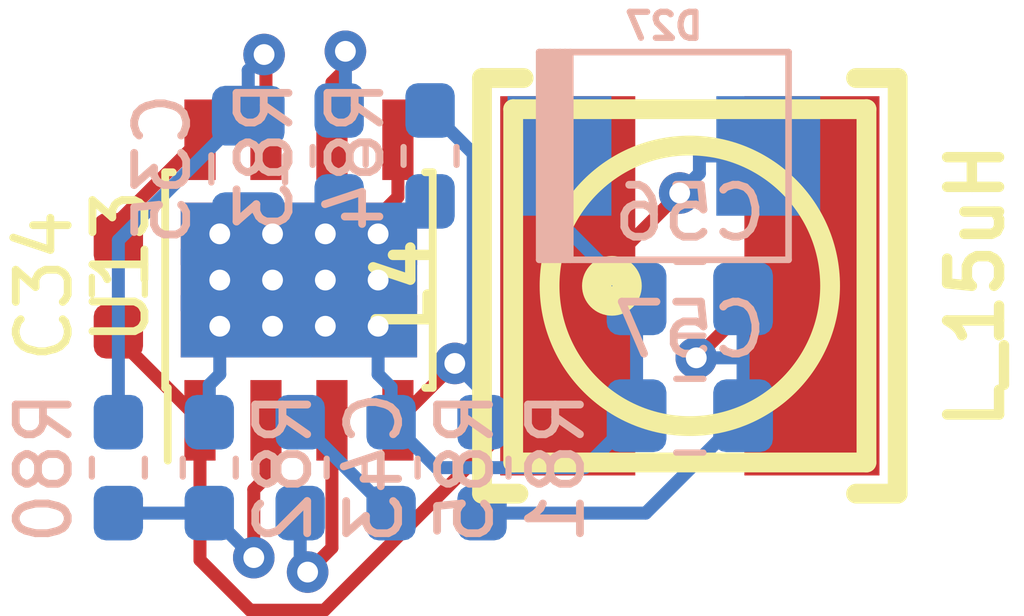
<source format=kicad_pcb>
(kicad_pcb (version 20171130) (host pcbnew 5.1.2-f72e74a~84~ubuntu18.04.1)

  (general
    (thickness 1.6)
    (drawings 0)
    (tracks 93)
    (zones 0)
    (modules 14)
    (nets 11)
  )

  (page A4)
  (layers
    (0 F.Cu signal)
    (31 B.Cu signal)
    (32 B.Adhes user)
    (33 F.Adhes user)
    (34 B.Paste user)
    (35 F.Paste user)
    (36 B.SilkS user)
    (37 F.SilkS user)
    (38 B.Mask user)
    (39 F.Mask user)
    (40 Dwgs.User user)
    (41 Cmts.User user)
    (42 Eco1.User user)
    (43 Eco2.User user)
    (44 Edge.Cuts user)
    (45 Margin user)
    (46 B.CrtYd user)
    (47 F.CrtYd user)
    (48 B.Fab user hide)
    (49 F.Fab user hide)
  )

  (setup
    (last_trace_width 0.25)
    (trace_clearance 0.2)
    (zone_clearance 0.508)
    (zone_45_only no)
    (trace_min 0.2)
    (via_size 0.8)
    (via_drill 0.4)
    (via_min_size 0.4)
    (via_min_drill 0.3)
    (uvia_size 0.3)
    (uvia_drill 0.1)
    (uvias_allowed no)
    (uvia_min_size 0.2)
    (uvia_min_drill 0.1)
    (edge_width 0.1)
    (segment_width 0.2)
    (pcb_text_width 0.3)
    (pcb_text_size 1.5 1.5)
    (mod_edge_width 0.15)
    (mod_text_size 1 1)
    (mod_text_width 0.15)
    (pad_size 1.524 1.524)
    (pad_drill 0.762)
    (pad_to_mask_clearance 0)
    (aux_axis_origin 0 0)
    (visible_elements FFFFFF7F)
    (pcbplotparams
      (layerselection 0x010fc_ffffffff)
      (usegerberextensions false)
      (usegerberattributes false)
      (usegerberadvancedattributes false)
      (creategerberjobfile false)
      (excludeedgelayer true)
      (linewidth 0.100000)
      (plotframeref false)
      (viasonmask false)
      (mode 1)
      (useauxorigin false)
      (hpglpennumber 1)
      (hpglpenspeed 20)
      (hpglpendiameter 15.000000)
      (psnegative false)
      (psa4output false)
      (plotreference true)
      (plotvalue true)
      (plotinvisibletext false)
      (padsonsilk false)
      (subtractmaskfromsilk false)
      (outputformat 1)
      (mirror false)
      (drillshape 1)
      (scaleselection 1)
      (outputdirectory ""))
  )

  (net 0 "")
  (net 1 "Net-(C34-Pad2)")
  (net 2 "Net-(C34-Pad1)")
  (net 3 GND)
  (net 4 +12V)
  (net 5 "Net-(C43-Pad2)")
  (net 6 "Net-(C43-Pad1)")
  (net 7 +3V3)
  (net 8 "Net-(R80-Pad2)")
  (net 9 "Net-(R81-Pad2)")
  (net 10 "Net-(R83-Pad1)")

  (net_class Default "This is the default net class."
    (clearance 0.2)
    (trace_width 0.25)
    (via_dia 0.8)
    (via_drill 0.4)
    (uvia_dia 0.3)
    (uvia_drill 0.1)
    (add_net +12V)
    (add_net +3V3)
    (add_net GND)
    (add_net "Net-(C34-Pad1)")
    (add_net "Net-(C34-Pad2)")
    (add_net "Net-(C43-Pad1)")
    (add_net "Net-(C43-Pad2)")
    (add_net "Net-(R80-Pad2)")
    (add_net "Net-(R81-Pad2)")
    (add_net "Net-(R83-Pad1)")
  )

  (module footprint-lib:MP1584,SOIC-8_3.9x4.9mm_P1.27mm,thermal_via locked (layer F.Cu) (tedit 5CDE3F96) (tstamp 5D04D0E8)
    (at 33.476 39.889 90)
    (descr MP1584)
    (tags "MP1584 SOIC-8")
    (path /5CDEC59B)
    (attr smd)
    (fp_text reference U13 (at 0.254 -3.429 90) (layer F.SilkS)
      (effects (font (size 1 1) (thickness 0.15)))
    )
    (fp_text value MP1584 (at 0 3.5 90) (layer F.Fab)
      (effects (font (size 1 1) (thickness 0.15)))
    )
    (fp_line (start -2.075 -2.525) (end -3.475 -2.525) (layer F.SilkS) (width 0.15))
    (fp_line (start -2.075 2.575) (end 2.075 2.575) (layer F.SilkS) (width 0.15))
    (fp_line (start -2.075 -2.575) (end 2.075 -2.575) (layer F.SilkS) (width 0.15))
    (fp_line (start -2.075 2.575) (end -2.075 2.43) (layer F.SilkS) (width 0.15))
    (fp_line (start 2.075 2.575) (end 2.075 2.43) (layer F.SilkS) (width 0.15))
    (fp_line (start 2.075 -2.575) (end 2.075 -2.43) (layer F.SilkS) (width 0.15))
    (fp_line (start -2.075 -2.575) (end -2.075 -2.525) (layer F.SilkS) (width 0.15))
    (fp_line (start -3.73 2.7) (end 3.73 2.7) (layer F.CrtYd) (width 0.05))
    (fp_line (start -3.73 -2.7) (end 3.73 -2.7) (layer F.CrtYd) (width 0.05))
    (fp_line (start 3.73 -2.7) (end 3.73 2.7) (layer F.CrtYd) (width 0.05))
    (fp_line (start -3.73 -2.7) (end -3.73 2.7) (layer F.CrtYd) (width 0.05))
    (fp_line (start -1.95 -1.45) (end -0.95 -2.45) (layer F.Fab) (width 0.1))
    (fp_line (start -1.95 2.45) (end -1.95 -1.45) (layer F.Fab) (width 0.1))
    (fp_line (start 1.95 2.45) (end -1.95 2.45) (layer F.Fab) (width 0.1))
    (fp_line (start 1.95 -2.45) (end 1.95 2.45) (layer F.Fab) (width 0.1))
    (fp_line (start -0.95 -2.45) (end 1.95 -2.45) (layer F.Fab) (width 0.1))
    (fp_text user %R (at 0 0 90) (layer F.Fab)
      (effects (font (size 1 1) (thickness 0.15)))
    )
    (pad G thru_hole rect (at 0 1.524 90) (size 1.2 1.5) (drill 0.4) (layers *.Cu F.Mask)
      (net 3 GND))
    (pad G thru_hole rect (at 0.889 1.524 90) (size 1.2 1.5) (drill 0.4) (layers *.Cu F.Mask)
      (net 3 GND))
    (pad G thru_hole rect (at -0.889 1.524 90) (size 1.2 1.5) (drill 0.4) (layers *.Cu F.Mask)
      (net 3 GND))
    (pad G thru_hole rect (at 0 0.508 90) (size 1.2 1.5) (drill 0.4) (layers *.Cu F.Mask)
      (net 3 GND))
    (pad G thru_hole rect (at 0.889 0.508 90) (size 1.2 1.5) (drill 0.4) (layers *.Cu F.Mask)
      (net 3 GND))
    (pad G thru_hole rect (at -0.889 0.508 90) (size 1.2 1.5) (drill 0.4) (layers *.Cu F.Mask)
      (net 3 GND))
    (pad G thru_hole rect (at 0 -0.508 90) (size 1.2 1.5) (drill 0.4) (layers *.Cu F.Mask)
      (net 3 GND))
    (pad G thru_hole rect (at 0.889 -0.508 90) (size 1.2 1.5) (drill 0.4) (layers *.Cu F.Mask)
      (net 3 GND))
    (pad G thru_hole rect (at -0.889 -0.508 90) (size 1.2 1.5) (drill 0.4) (layers *.Cu F.Mask)
      (net 3 GND))
    (pad G thru_hole rect (at 0.889 -1.524 90) (size 1.2 1.5) (drill 0.4) (layers *.Cu F.Mask)
      (net 3 GND))
    (pad G thru_hole rect (at 0 -1.524 90) (size 1.2 1.5) (drill 0.4) (layers *.Cu F.Mask)
      (net 3 GND))
    (pad G thru_hole rect (at -0.889 -1.524 90) (size 1.2 1.5) (drill 0.4) (layers *.Cu F.Mask)
      (net 3 GND))
    (pad 8 smd rect (at 2.7 -1.905 90) (size 1.55 0.6) (layers F.Cu F.Paste F.Mask)
      (net 1 "Net-(C34-Pad2)"))
    (pad 7 smd rect (at 2.7 -0.635 90) (size 1.55 0.6) (layers F.Cu F.Paste F.Mask)
      (net 4 +12V))
    (pad 6 smd rect (at 2.7 0.635 90) (size 1.55 0.6) (layers F.Cu F.Paste F.Mask)
      (net 10 "Net-(R83-Pad1)"))
    (pad 5 smd rect (at 2.7 1.905 90) (size 1.55 0.6) (layers F.Cu F.Paste F.Mask)
      (net 3 GND))
    (pad 4 smd rect (at -2.7 1.905 90) (size 1.55 0.6) (layers F.Cu F.Paste F.Mask)
      (net 9 "Net-(R81-Pad2)"))
    (pad 3 smd rect (at -2.7 0.635 90) (size 1.55 0.6) (layers F.Cu F.Paste F.Mask)
      (net 6 "Net-(C43-Pad1)"))
    (pad 2 smd rect (at -2.7 -0.635 90) (size 1.55 0.6) (layers F.Cu F.Paste F.Mask)
      (net 8 "Net-(R80-Pad2)"))
    (pad 1 smd rect (at -2.7 -1.905 90) (size 1.55 0.6) (layers F.Cu F.Paste F.Mask)
      (net 2 "Net-(C34-Pad1)"))
    (model ${KISYS3DMOD}/Package_SO.3dshapes/SOIC-8_3.9x4.9mm_P1.27mm.wrl
      (at (xyz 0 0 0))
      (scale (xyz 1 1 1))
      (rotate (xyz 0 0 0))
    )
  )

  (module Resistor_SMD:R_0603_1608Metric_Pad1.05x0.95mm_HandSolder (layer B.Cu) (tedit 5B301BBD) (tstamp 5D04D0BF)
    (at 35.25 43.5 90)
    (descr "Resistor SMD 0603 (1608 Metric), square (rectangular) end terminal, IPC_7351 nominal with elongated pad for handsoldering. (Body size source: http://www.tortai-tech.com/upload/download/2011102023233369053.pdf), generated with kicad-footprint-generator")
    (tags "resistor handsolder")
    (path /5CDEFCDC)
    (attr smd)
    (fp_text reference R85 (at 0 1.43 90) (layer B.SilkS)
      (effects (font (size 1 1) (thickness 0.15)) (justify mirror))
    )
    (fp_text value R104,0603 (at 0 -1.43 90) (layer B.Fab)
      (effects (font (size 1 1) (thickness 0.15)) (justify mirror))
    )
    (fp_text user %R (at 0 0 90) (layer B.Fab)
      (effects (font (size 0.4 0.4) (thickness 0.06)) (justify mirror))
    )
    (fp_line (start 1.65 -0.73) (end -1.65 -0.73) (layer B.CrtYd) (width 0.05))
    (fp_line (start 1.65 0.73) (end 1.65 -0.73) (layer B.CrtYd) (width 0.05))
    (fp_line (start -1.65 0.73) (end 1.65 0.73) (layer B.CrtYd) (width 0.05))
    (fp_line (start -1.65 -0.73) (end -1.65 0.73) (layer B.CrtYd) (width 0.05))
    (fp_line (start -0.171267 -0.51) (end 0.171267 -0.51) (layer B.SilkS) (width 0.12))
    (fp_line (start -0.171267 0.51) (end 0.171267 0.51) (layer B.SilkS) (width 0.12))
    (fp_line (start 0.8 -0.4) (end -0.8 -0.4) (layer B.Fab) (width 0.1))
    (fp_line (start 0.8 0.4) (end 0.8 -0.4) (layer B.Fab) (width 0.1))
    (fp_line (start -0.8 0.4) (end 0.8 0.4) (layer B.Fab) (width 0.1))
    (fp_line (start -0.8 -0.4) (end -0.8 0.4) (layer B.Fab) (width 0.1))
    (pad 2 smd roundrect (at 0.875 0 90) (size 1.05 0.95) (layers B.Cu B.Paste B.Mask) (roundrect_rratio 0.25)
      (net 3 GND))
    (pad 1 smd roundrect (at -0.875 0 90) (size 1.05 0.95) (layers B.Cu B.Paste B.Mask) (roundrect_rratio 0.25)
      (net 5 "Net-(C43-Pad2)"))
    (model ${KISYS3DMOD}/Resistor_SMD.3dshapes/R_0603_1608Metric.wrl
      (at (xyz 0 0 0))
      (scale (xyz 1 1 1))
      (rotate (xyz 0 0 0))
    )
  )

  (module Resistor_SMD:R_0603_1608Metric_Pad1.05x0.95mm_HandSolder (layer B.Cu) (tedit 5B301BBD) (tstamp 5D04D0AE)
    (at 36 37.5 270)
    (descr "Resistor SMD 0603 (1608 Metric), square (rectangular) end terminal, IPC_7351 nominal with elongated pad for handsoldering. (Body size source: http://www.tortai-tech.com/upload/download/2011102023233369053.pdf), generated with kicad-footprint-generator")
    (tags "resistor handsolder")
    (path /5CE0CAF6)
    (attr smd)
    (fp_text reference R84 (at 0 1.43 90) (layer B.SilkS)
      (effects (font (size 1 1) (thickness 0.15)) (justify mirror))
    )
    (fp_text value R433,0603 (at 0 -1.43 90) (layer B.Fab)
      (effects (font (size 1 1) (thickness 0.15)) (justify mirror))
    )
    (fp_text user %R (at 0 0 90) (layer B.Fab)
      (effects (font (size 0.4 0.4) (thickness 0.06)) (justify mirror))
    )
    (fp_line (start 1.65 -0.73) (end -1.65 -0.73) (layer B.CrtYd) (width 0.05))
    (fp_line (start 1.65 0.73) (end 1.65 -0.73) (layer B.CrtYd) (width 0.05))
    (fp_line (start -1.65 0.73) (end 1.65 0.73) (layer B.CrtYd) (width 0.05))
    (fp_line (start -1.65 -0.73) (end -1.65 0.73) (layer B.CrtYd) (width 0.05))
    (fp_line (start -0.171267 -0.51) (end 0.171267 -0.51) (layer B.SilkS) (width 0.12))
    (fp_line (start -0.171267 0.51) (end 0.171267 0.51) (layer B.SilkS) (width 0.12))
    (fp_line (start 0.8 -0.4) (end -0.8 -0.4) (layer B.Fab) (width 0.1))
    (fp_line (start 0.8 0.4) (end 0.8 -0.4) (layer B.Fab) (width 0.1))
    (fp_line (start -0.8 0.4) (end 0.8 0.4) (layer B.Fab) (width 0.1))
    (fp_line (start -0.8 -0.4) (end -0.8 0.4) (layer B.Fab) (width 0.1))
    (pad 2 smd roundrect (at 0.875 0 270) (size 1.05 0.95) (layers B.Cu B.Paste B.Mask) (roundrect_rratio 0.25)
      (net 3 GND))
    (pad 1 smd roundrect (at -0.875 0 270) (size 1.05 0.95) (layers B.Cu B.Paste B.Mask) (roundrect_rratio 0.25)
      (net 9 "Net-(R81-Pad2)"))
    (model ${KISYS3DMOD}/Resistor_SMD.3dshapes/R_0603_1608Metric.wrl
      (at (xyz 0 0 0))
      (scale (xyz 1 1 1))
      (rotate (xyz 0 0 0))
    )
  )

  (module Resistor_SMD:R_0603_1608Metric_Pad1.05x0.95mm_HandSolder (layer B.Cu) (tedit 5B301BBD) (tstamp 5D04D09D)
    (at 34.25 37.5 270)
    (descr "Resistor SMD 0603 (1608 Metric), square (rectangular) end terminal, IPC_7351 nominal with elongated pad for handsoldering. (Body size source: http://www.tortai-tech.com/upload/download/2011102023233369053.pdf), generated with kicad-footprint-generator")
    (tags "resistor handsolder")
    (path /5CDEE30C)
    (attr smd)
    (fp_text reference R83 (at 0 1.43 90) (layer B.SilkS)
      (effects (font (size 1 1) (thickness 0.15)) (justify mirror))
    )
    (fp_text value R104,0603 (at 0 -1.43 90) (layer B.Fab)
      (effects (font (size 1 1) (thickness 0.15)) (justify mirror))
    )
    (fp_text user %R (at 0 0 90) (layer B.Fab)
      (effects (font (size 0.4 0.4) (thickness 0.06)) (justify mirror))
    )
    (fp_line (start 1.65 -0.73) (end -1.65 -0.73) (layer B.CrtYd) (width 0.05))
    (fp_line (start 1.65 0.73) (end 1.65 -0.73) (layer B.CrtYd) (width 0.05))
    (fp_line (start -1.65 0.73) (end 1.65 0.73) (layer B.CrtYd) (width 0.05))
    (fp_line (start -1.65 -0.73) (end -1.65 0.73) (layer B.CrtYd) (width 0.05))
    (fp_line (start -0.171267 -0.51) (end 0.171267 -0.51) (layer B.SilkS) (width 0.12))
    (fp_line (start -0.171267 0.51) (end 0.171267 0.51) (layer B.SilkS) (width 0.12))
    (fp_line (start 0.8 -0.4) (end -0.8 -0.4) (layer B.Fab) (width 0.1))
    (fp_line (start 0.8 0.4) (end 0.8 -0.4) (layer B.Fab) (width 0.1))
    (fp_line (start -0.8 0.4) (end 0.8 0.4) (layer B.Fab) (width 0.1))
    (fp_line (start -0.8 -0.4) (end -0.8 0.4) (layer B.Fab) (width 0.1))
    (pad 2 smd roundrect (at 0.875 0 270) (size 1.05 0.95) (layers B.Cu B.Paste B.Mask) (roundrect_rratio 0.25)
      (net 3 GND))
    (pad 1 smd roundrect (at -0.875 0 270) (size 1.05 0.95) (layers B.Cu B.Paste B.Mask) (roundrect_rratio 0.25)
      (net 10 "Net-(R83-Pad1)"))
    (model ${KISYS3DMOD}/Resistor_SMD.3dshapes/R_0603_1608Metric.wrl
      (at (xyz 0 0 0))
      (scale (xyz 1 1 1))
      (rotate (xyz 0 0 0))
    )
  )

  (module Resistor_SMD:R_0603_1608Metric_Pad1.05x0.95mm_HandSolder (layer B.Cu) (tedit 5B301BBD) (tstamp 5D04D08C)
    (at 31.75 43.5 90)
    (descr "Resistor SMD 0603 (1608 Metric), square (rectangular) end terminal, IPC_7351 nominal with elongated pad for handsoldering. (Body size source: http://www.tortai-tech.com/upload/download/2011102023233369053.pdf), generated with kicad-footprint-generator")
    (tags "resistor handsolder")
    (path /5CDEEA14)
    (attr smd)
    (fp_text reference R82 (at 0 1.43 90) (layer B.SilkS)
      (effects (font (size 1 1) (thickness 0.15)) (justify mirror))
    )
    (fp_text value R240,0603 (at 0 -1.43 90) (layer B.Fab)
      (effects (font (size 1 1) (thickness 0.15)) (justify mirror))
    )
    (fp_text user %R (at 0 0 90) (layer B.Fab)
      (effects (font (size 0.4 0.4) (thickness 0.06)) (justify mirror))
    )
    (fp_line (start 1.65 -0.73) (end -1.65 -0.73) (layer B.CrtYd) (width 0.05))
    (fp_line (start 1.65 0.73) (end 1.65 -0.73) (layer B.CrtYd) (width 0.05))
    (fp_line (start -1.65 0.73) (end 1.65 0.73) (layer B.CrtYd) (width 0.05))
    (fp_line (start -1.65 -0.73) (end -1.65 0.73) (layer B.CrtYd) (width 0.05))
    (fp_line (start -0.171267 -0.51) (end 0.171267 -0.51) (layer B.SilkS) (width 0.12))
    (fp_line (start -0.171267 0.51) (end 0.171267 0.51) (layer B.SilkS) (width 0.12))
    (fp_line (start 0.8 -0.4) (end -0.8 -0.4) (layer B.Fab) (width 0.1))
    (fp_line (start 0.8 0.4) (end 0.8 -0.4) (layer B.Fab) (width 0.1))
    (fp_line (start -0.8 0.4) (end 0.8 0.4) (layer B.Fab) (width 0.1))
    (fp_line (start -0.8 -0.4) (end -0.8 0.4) (layer B.Fab) (width 0.1))
    (pad 2 smd roundrect (at 0.875 0 90) (size 1.05 0.95) (layers B.Cu B.Paste B.Mask) (roundrect_rratio 0.25)
      (net 3 GND))
    (pad 1 smd roundrect (at -0.875 0 90) (size 1.05 0.95) (layers B.Cu B.Paste B.Mask) (roundrect_rratio 0.25)
      (net 8 "Net-(R80-Pad2)"))
    (model ${KISYS3DMOD}/Resistor_SMD.3dshapes/R_0603_1608Metric.wrl
      (at (xyz 0 0 0))
      (scale (xyz 1 1 1))
      (rotate (xyz 0 0 0))
    )
  )

  (module Resistor_SMD:R_0603_1608Metric_Pad1.05x0.95mm_HandSolder (layer B.Cu) (tedit 5B301BBD) (tstamp 5D04D07B)
    (at 37 43.5 90)
    (descr "Resistor SMD 0603 (1608 Metric), square (rectangular) end terminal, IPC_7351 nominal with elongated pad for handsoldering. (Body size source: http://www.tortai-tech.com/upload/download/2011102023233369053.pdf), generated with kicad-footprint-generator")
    (tags "resistor handsolder")
    (path /5CDF2C94)
    (attr smd)
    (fp_text reference R81 (at 0 1.43 90) (layer B.SilkS)
      (effects (font (size 1 1) (thickness 0.15)) (justify mirror))
    )
    (fp_text value R224,0603 (at 0 -1.43 90) (layer B.Fab)
      (effects (font (size 1 1) (thickness 0.15)) (justify mirror))
    )
    (fp_text user %R (at 0 0 90) (layer B.Fab)
      (effects (font (size 0.4 0.4) (thickness 0.06)) (justify mirror))
    )
    (fp_line (start 1.65 -0.73) (end -1.65 -0.73) (layer B.CrtYd) (width 0.05))
    (fp_line (start 1.65 0.73) (end 1.65 -0.73) (layer B.CrtYd) (width 0.05))
    (fp_line (start -1.65 0.73) (end 1.65 0.73) (layer B.CrtYd) (width 0.05))
    (fp_line (start -1.65 -0.73) (end -1.65 0.73) (layer B.CrtYd) (width 0.05))
    (fp_line (start -0.171267 -0.51) (end 0.171267 -0.51) (layer B.SilkS) (width 0.12))
    (fp_line (start -0.171267 0.51) (end 0.171267 0.51) (layer B.SilkS) (width 0.12))
    (fp_line (start 0.8 -0.4) (end -0.8 -0.4) (layer B.Fab) (width 0.1))
    (fp_line (start 0.8 0.4) (end 0.8 -0.4) (layer B.Fab) (width 0.1))
    (fp_line (start -0.8 0.4) (end 0.8 0.4) (layer B.Fab) (width 0.1))
    (fp_line (start -0.8 -0.4) (end -0.8 0.4) (layer B.Fab) (width 0.1))
    (pad 2 smd roundrect (at 0.875 0 90) (size 1.05 0.95) (layers B.Cu B.Paste B.Mask) (roundrect_rratio 0.25)
      (net 9 "Net-(R81-Pad2)"))
    (pad 1 smd roundrect (at -0.875 0 90) (size 1.05 0.95) (layers B.Cu B.Paste B.Mask) (roundrect_rratio 0.25)
      (net 7 +3V3))
    (model ${KISYS3DMOD}/Resistor_SMD.3dshapes/R_0603_1608Metric.wrl
      (at (xyz 0 0 0))
      (scale (xyz 1 1 1))
      (rotate (xyz 0 0 0))
    )
  )

  (module Resistor_SMD:R_0603_1608Metric_Pad1.05x0.95mm_HandSolder (layer B.Cu) (tedit 5B301BBD) (tstamp 5D04D06A)
    (at 30 43.5 270)
    (descr "Resistor SMD 0603 (1608 Metric), square (rectangular) end terminal, IPC_7351 nominal with elongated pad for handsoldering. (Body size source: http://www.tortai-tech.com/upload/download/2011102023233369053.pdf), generated with kicad-footprint-generator")
    (tags "resistor handsolder")
    (path /5CE0CAED)
    (attr smd)
    (fp_text reference R80 (at 0 1.43 90) (layer B.SilkS)
      (effects (font (size 1 1) (thickness 0.15)) (justify mirror))
    )
    (fp_text value R104,0603 (at 0 -1.43 90) (layer B.Fab)
      (effects (font (size 1 1) (thickness 0.15)) (justify mirror))
    )
    (fp_text user %R (at 0 0 90) (layer B.Fab)
      (effects (font (size 0.4 0.4) (thickness 0.06)) (justify mirror))
    )
    (fp_line (start 1.65 -0.73) (end -1.65 -0.73) (layer B.CrtYd) (width 0.05))
    (fp_line (start 1.65 0.73) (end 1.65 -0.73) (layer B.CrtYd) (width 0.05))
    (fp_line (start -1.65 0.73) (end 1.65 0.73) (layer B.CrtYd) (width 0.05))
    (fp_line (start -1.65 -0.73) (end -1.65 0.73) (layer B.CrtYd) (width 0.05))
    (fp_line (start -0.171267 -0.51) (end 0.171267 -0.51) (layer B.SilkS) (width 0.12))
    (fp_line (start -0.171267 0.51) (end 0.171267 0.51) (layer B.SilkS) (width 0.12))
    (fp_line (start 0.8 -0.4) (end -0.8 -0.4) (layer B.Fab) (width 0.1))
    (fp_line (start 0.8 0.4) (end 0.8 -0.4) (layer B.Fab) (width 0.1))
    (fp_line (start -0.8 0.4) (end 0.8 0.4) (layer B.Fab) (width 0.1))
    (fp_line (start -0.8 -0.4) (end -0.8 0.4) (layer B.Fab) (width 0.1))
    (pad 2 smd roundrect (at 0.875 0 270) (size 1.05 0.95) (layers B.Cu B.Paste B.Mask) (roundrect_rratio 0.25)
      (net 8 "Net-(R80-Pad2)"))
    (pad 1 smd roundrect (at -0.875 0 270) (size 1.05 0.95) (layers B.Cu B.Paste B.Mask) (roundrect_rratio 0.25)
      (net 4 +12V))
    (model ${KISYS3DMOD}/Resistor_SMD.3dshapes/R_0603_1608Metric.wrl
      (at (xyz 0 0 0))
      (scale (xyz 1 1 1))
      (rotate (xyz 0 0 0))
    )
  )

  (module w_smd_inductors:inductor_smd_6.8x3.8mm (layer F.Cu) (tedit 5B6311A7) (tstamp 5D04D059)
    (at 41 40 90)
    (descr "Inductor SMD, 6.8x6.8mm x h.3.8mm, Bourns SRR6038")
    (path /5CE0CAF4)
    (fp_text reference L4 (at 0 -5.5 90) (layer F.SilkS)
      (effects (font (size 1 1) (thickness 0.2)))
    )
    (fp_text value L_15uH (at 0 5.5 90) (layer F.SilkS)
      (effects (font (size 1 1) (thickness 0.2)))
    )
    (fp_circle (center 0 -1.5) (end 0.5 -1.5) (layer F.SilkS) (width 0.15))
    (fp_circle (center 0 -1.5) (end 0.4 -1.5) (layer F.SilkS) (width 0.15))
    (fp_line (start -4 3.2) (end -4 4) (layer F.SilkS) (width 0.381))
    (fp_line (start -4 4) (end 4 4) (layer F.SilkS) (width 0.381))
    (fp_line (start 4 4) (end 4 3.2) (layer F.SilkS) (width 0.381))
    (fp_line (start -4 -3.3) (end -4 -4) (layer F.SilkS) (width 0.381))
    (fp_line (start -4 -4) (end 4 -4) (layer F.SilkS) (width 0.381))
    (fp_line (start 4 -4) (end 4 -3.2) (layer F.SilkS) (width 0.381))
    (fp_circle (center 0 0) (end 2.7 0) (layer F.SilkS) (width 0.381))
    (fp_line (start -3.4 -3.4) (end 3.4 -3.4) (layer F.SilkS) (width 0.381))
    (fp_line (start 3.4 -3.4) (end 3.4 3.4) (layer F.SilkS) (width 0.381))
    (fp_line (start 3.4 3.4) (end -3.4 3.4) (layer F.SilkS) (width 0.381))
    (fp_line (start -3.4 3.4) (end -3.4 -3.4) (layer F.SilkS) (width 0.381))
    (fp_circle (center 0 -1.5) (end 0 -1.3) (layer F.SilkS) (width 0.381))
    (pad 1 smd rect (at 0 -2.35 90) (size 7.3 2.6) (layers F.Cu F.Paste F.Mask)
      (net 2 "Net-(C34-Pad1)"))
    (pad 2 smd rect (at 0 2.35 90) (size 7.3 2.6) (layers F.Cu F.Paste F.Mask)
      (net 7 +3V3))
    (model ${HOME}/_workspace/kicad/kicad_library/smisioto-footprints/modules/packages3d/walter/smd_inductors/inductor_smd_6.8x3.8mm.wrl
      (at (xyz 0 0 0))
      (scale (xyz 1 1 1))
      (rotate (xyz 0 0 0))
    )
  )

  (module w_smd_diode:do214aa (layer B.Cu) (tedit 0) (tstamp 5D04D02C)
    (at 40.5 37.5 180)
    (descr DO214AA)
    (path /5CDF092A)
    (fp_text reference D27 (at 0 2.49936) (layer B.SilkS)
      (effects (font (size 0.50038 0.50038) (thickness 0.11938)) (justify mirror))
    )
    (fp_text value SD_1N5822_SS34 (at 0 -2.49936) (layer B.SilkS) hide
      (effects (font (size 0.50038 0.50038) (thickness 0.11938)) (justify mirror))
    )
    (fp_line (start -2.4003 1.99898) (end 2.4003 1.99898) (layer B.SilkS) (width 0.127))
    (fp_line (start -2.4003 -1.99898) (end -2.4003 1.99898) (layer B.SilkS) (width 0.127))
    (fp_line (start 2.4003 -1.99898) (end -2.4003 -1.99898) (layer B.SilkS) (width 0.127))
    (fp_line (start 2.4003 1.99898) (end 2.4003 -1.99898) (layer B.SilkS) (width 0.127))
    (fp_line (start 1.80086 1.99898) (end 1.80086 -1.99898) (layer B.SilkS) (width 0.127))
    (fp_line (start 1.89992 1.99898) (end 1.89992 -1.99898) (layer B.SilkS) (width 0.127))
    (fp_line (start 1.99898 -1.99898) (end 1.99898 1.99898) (layer B.SilkS) (width 0.127))
    (fp_line (start 2.10058 1.99898) (end 2.10058 -1.99898) (layer B.SilkS) (width 0.127))
    (fp_line (start 2.19964 -1.99898) (end 2.19964 1.99898) (layer B.SilkS) (width 0.127))
    (fp_line (start 2.30124 1.99898) (end 2.30124 -1.99898) (layer B.SilkS) (width 0.127))
    (pad 1 smd rect (at -2.00914 0 180) (size 1.99898 2.30124) (layers B.Cu B.Paste B.Mask)
      (net 2 "Net-(C34-Pad1)"))
    (pad 2 smd rect (at 2.00914 0 180) (size 1.99898 2.30124) (layers B.Cu B.Paste B.Mask)
      (net 3 GND))
    (model ${HOME}/_workspace/kicad/kicad_library/smisioto-footprints/modules/packages3d/walter/smd_diode/do214aa.wrl
      (at (xyz 0 0 0))
      (scale (xyz 1 1 1))
      (rotate (xyz 0 0 0))
    )
  )

  (module Capacitor_SMD:C_0805_2012Metric_Pad1.15x1.40mm_HandSolder (layer B.Cu) (tedit 5B36C52B) (tstamp 5D04D01C)
    (at 41 42.5 180)
    (descr "Capacitor SMD 0805 (2012 Metric), square (rectangular) end terminal, IPC_7351 nominal with elongated pad for handsoldering. (Body size source: https://docs.google.com/spreadsheets/d/1BsfQQcO9C6DZCsRaXUlFlo91Tg2WpOkGARC1WS5S8t0/edit?usp=sharing), generated with kicad-footprint-generator")
    (tags "capacitor handsolder")
    (path /5CE0CAEC)
    (attr smd)
    (fp_text reference C57 (at 0 1.65) (layer B.SilkS)
      (effects (font (size 1 1) (thickness 0.15)) (justify mirror))
    )
    (fp_text value C106,0805 (at 0 -1.65) (layer B.Fab)
      (effects (font (size 1 1) (thickness 0.15)) (justify mirror))
    )
    (fp_text user %R (at 0 0) (layer B.Fab)
      (effects (font (size 0.5 0.5) (thickness 0.08)) (justify mirror))
    )
    (fp_line (start 1.85 -0.95) (end -1.85 -0.95) (layer B.CrtYd) (width 0.05))
    (fp_line (start 1.85 0.95) (end 1.85 -0.95) (layer B.CrtYd) (width 0.05))
    (fp_line (start -1.85 0.95) (end 1.85 0.95) (layer B.CrtYd) (width 0.05))
    (fp_line (start -1.85 -0.95) (end -1.85 0.95) (layer B.CrtYd) (width 0.05))
    (fp_line (start -0.261252 -0.71) (end 0.261252 -0.71) (layer B.SilkS) (width 0.12))
    (fp_line (start -0.261252 0.71) (end 0.261252 0.71) (layer B.SilkS) (width 0.12))
    (fp_line (start 1 -0.6) (end -1 -0.6) (layer B.Fab) (width 0.1))
    (fp_line (start 1 0.6) (end 1 -0.6) (layer B.Fab) (width 0.1))
    (fp_line (start -1 0.6) (end 1 0.6) (layer B.Fab) (width 0.1))
    (fp_line (start -1 -0.6) (end -1 0.6) (layer B.Fab) (width 0.1))
    (pad 2 smd roundrect (at 1.025 0 180) (size 1.15 1.4) (layers B.Cu B.Paste B.Mask) (roundrect_rratio 0.217391)
      (net 3 GND))
    (pad 1 smd roundrect (at -1.025 0 180) (size 1.15 1.4) (layers B.Cu B.Paste B.Mask) (roundrect_rratio 0.217391)
      (net 7 +3V3))
    (model ${KISYS3DMOD}/Capacitor_SMD.3dshapes/C_0805_2012Metric.wrl
      (at (xyz 0 0 0))
      (scale (xyz 1 1 1))
      (rotate (xyz 0 0 0))
    )
  )

  (module Capacitor_SMD:C_0805_2012Metric_Pad1.15x1.40mm_HandSolder (layer B.Cu) (tedit 5B36C52B) (tstamp 5D04D00B)
    (at 41 40.25 180)
    (descr "Capacitor SMD 0805 (2012 Metric), square (rectangular) end terminal, IPC_7351 nominal with elongated pad for handsoldering. (Body size source: https://docs.google.com/spreadsheets/d/1BsfQQcO9C6DZCsRaXUlFlo91Tg2WpOkGARC1WS5S8t0/edit?usp=sharing), generated with kicad-footprint-generator")
    (tags "capacitor handsolder")
    (path /5CE0CAEB)
    (attr smd)
    (fp_text reference C56 (at 0 1.65) (layer B.SilkS)
      (effects (font (size 1 1) (thickness 0.15)) (justify mirror))
    )
    (fp_text value C106,0805 (at 0 -1.65) (layer B.Fab)
      (effects (font (size 1 1) (thickness 0.15)) (justify mirror))
    )
    (fp_text user %R (at 0 0) (layer B.Fab)
      (effects (font (size 0.5 0.5) (thickness 0.08)) (justify mirror))
    )
    (fp_line (start 1.85 -0.95) (end -1.85 -0.95) (layer B.CrtYd) (width 0.05))
    (fp_line (start 1.85 0.95) (end 1.85 -0.95) (layer B.CrtYd) (width 0.05))
    (fp_line (start -1.85 0.95) (end 1.85 0.95) (layer B.CrtYd) (width 0.05))
    (fp_line (start -1.85 -0.95) (end -1.85 0.95) (layer B.CrtYd) (width 0.05))
    (fp_line (start -0.261252 -0.71) (end 0.261252 -0.71) (layer B.SilkS) (width 0.12))
    (fp_line (start -0.261252 0.71) (end 0.261252 0.71) (layer B.SilkS) (width 0.12))
    (fp_line (start 1 -0.6) (end -1 -0.6) (layer B.Fab) (width 0.1))
    (fp_line (start 1 0.6) (end 1 -0.6) (layer B.Fab) (width 0.1))
    (fp_line (start -1 0.6) (end 1 0.6) (layer B.Fab) (width 0.1))
    (fp_line (start -1 -0.6) (end -1 0.6) (layer B.Fab) (width 0.1))
    (pad 2 smd roundrect (at 1.025 0 180) (size 1.15 1.4) (layers B.Cu B.Paste B.Mask) (roundrect_rratio 0.217391)
      (net 3 GND))
    (pad 1 smd roundrect (at -1.025 0 180) (size 1.15 1.4) (layers B.Cu B.Paste B.Mask) (roundrect_rratio 0.217391)
      (net 7 +3V3))
    (model ${KISYS3DMOD}/Capacitor_SMD.3dshapes/C_0805_2012Metric.wrl
      (at (xyz 0 0 0))
      (scale (xyz 1 1 1))
      (rotate (xyz 0 0 0))
    )
  )

  (module Capacitor_SMD:C_0603_1608Metric_Pad1.05x0.95mm_HandSolder (layer B.Cu) (tedit 5B301BBE) (tstamp 5D04CFFA)
    (at 33.5 43.5 90)
    (descr "Capacitor SMD 0603 (1608 Metric), square (rectangular) end terminal, IPC_7351 nominal with elongated pad for handsoldering. (Body size source: http://www.tortai-tech.com/upload/download/2011102023233369053.pdf), generated with kicad-footprint-generator")
    (tags "capacitor handsolder")
    (path /5CE0CAF0)
    (attr smd)
    (fp_text reference C43 (at 0 1.43 90) (layer B.SilkS)
      (effects (font (size 1 1) (thickness 0.15)) (justify mirror))
    )
    (fp_text value C151,0603 (at 0 -1.43 90) (layer B.Fab)
      (effects (font (size 1 1) (thickness 0.15)) (justify mirror))
    )
    (fp_text user %R (at 0 0 90) (layer B.Fab)
      (effects (font (size 0.4 0.4) (thickness 0.06)) (justify mirror))
    )
    (fp_line (start 1.65 -0.73) (end -1.65 -0.73) (layer B.CrtYd) (width 0.05))
    (fp_line (start 1.65 0.73) (end 1.65 -0.73) (layer B.CrtYd) (width 0.05))
    (fp_line (start -1.65 0.73) (end 1.65 0.73) (layer B.CrtYd) (width 0.05))
    (fp_line (start -1.65 -0.73) (end -1.65 0.73) (layer B.CrtYd) (width 0.05))
    (fp_line (start -0.171267 -0.51) (end 0.171267 -0.51) (layer B.SilkS) (width 0.12))
    (fp_line (start -0.171267 0.51) (end 0.171267 0.51) (layer B.SilkS) (width 0.12))
    (fp_line (start 0.8 -0.4) (end -0.8 -0.4) (layer B.Fab) (width 0.1))
    (fp_line (start 0.8 0.4) (end 0.8 -0.4) (layer B.Fab) (width 0.1))
    (fp_line (start -0.8 0.4) (end 0.8 0.4) (layer B.Fab) (width 0.1))
    (fp_line (start -0.8 -0.4) (end -0.8 0.4) (layer B.Fab) (width 0.1))
    (pad 2 smd roundrect (at 0.875 0 90) (size 1.05 0.95) (layers B.Cu B.Paste B.Mask) (roundrect_rratio 0.25)
      (net 5 "Net-(C43-Pad2)"))
    (pad 1 smd roundrect (at -0.875 0 90) (size 1.05 0.95) (layers B.Cu B.Paste B.Mask) (roundrect_rratio 0.25)
      (net 6 "Net-(C43-Pad1)"))
    (model ${KISYS3DMOD}/Capacitor_SMD.3dshapes/C_0603_1608Metric.wrl
      (at (xyz 0 0 0))
      (scale (xyz 1 1 1))
      (rotate (xyz 0 0 0))
    )
  )

  (module Capacitor_SMD:C_0805_2012Metric_Pad1.15x1.40mm_HandSolder (layer B.Cu) (tedit 5B36C52B) (tstamp 5D04CFE9)
    (at 32.5 37.75 270)
    (descr "Capacitor SMD 0805 (2012 Metric), square (rectangular) end terminal, IPC_7351 nominal with elongated pad for handsoldering. (Body size source: https://docs.google.com/spreadsheets/d/1BsfQQcO9C6DZCsRaXUlFlo91Tg2WpOkGARC1WS5S8t0/edit?usp=sharing), generated with kicad-footprint-generator")
    (tags "capacitor handsolder")
    (path /5CE0CAEA)
    (attr smd)
    (fp_text reference C35 (at 0 1.65 90) (layer B.SilkS)
      (effects (font (size 1 1) (thickness 0.15)) (justify mirror))
    )
    (fp_text value C106,0805 (at 0 -1.65 90) (layer B.Fab)
      (effects (font (size 1 1) (thickness 0.15)) (justify mirror))
    )
    (fp_text user %R (at 0 0 90) (layer B.Fab)
      (effects (font (size 0.5 0.5) (thickness 0.08)) (justify mirror))
    )
    (fp_line (start 1.85 -0.95) (end -1.85 -0.95) (layer B.CrtYd) (width 0.05))
    (fp_line (start 1.85 0.95) (end 1.85 -0.95) (layer B.CrtYd) (width 0.05))
    (fp_line (start -1.85 0.95) (end 1.85 0.95) (layer B.CrtYd) (width 0.05))
    (fp_line (start -1.85 -0.95) (end -1.85 0.95) (layer B.CrtYd) (width 0.05))
    (fp_line (start -0.261252 -0.71) (end 0.261252 -0.71) (layer B.SilkS) (width 0.12))
    (fp_line (start -0.261252 0.71) (end 0.261252 0.71) (layer B.SilkS) (width 0.12))
    (fp_line (start 1 -0.6) (end -1 -0.6) (layer B.Fab) (width 0.1))
    (fp_line (start 1 0.6) (end 1 -0.6) (layer B.Fab) (width 0.1))
    (fp_line (start -1 0.6) (end 1 0.6) (layer B.Fab) (width 0.1))
    (fp_line (start -1 -0.6) (end -1 0.6) (layer B.Fab) (width 0.1))
    (pad 2 smd roundrect (at 1.025 0 270) (size 1.15 1.4) (layers B.Cu B.Paste B.Mask) (roundrect_rratio 0.217391)
      (net 3 GND))
    (pad 1 smd roundrect (at -1.025 0 270) (size 1.15 1.4) (layers B.Cu B.Paste B.Mask) (roundrect_rratio 0.217391)
      (net 4 +12V))
    (model ${KISYS3DMOD}/Capacitor_SMD.3dshapes/C_0805_2012Metric.wrl
      (at (xyz 0 0 0))
      (scale (xyz 1 1 1))
      (rotate (xyz 0 0 0))
    )
  )

  (module Capacitor_SMD:C_0603_1608Metric_Pad1.05x0.95mm_HandSolder (layer F.Cu) (tedit 5B301BBE) (tstamp 5D04CFD8)
    (at 30 40 90)
    (descr "Capacitor SMD 0603 (1608 Metric), square (rectangular) end terminal, IPC_7351 nominal with elongated pad for handsoldering. (Body size source: http://www.tortai-tech.com/upload/download/2011102023233369053.pdf), generated with kicad-footprint-generator")
    (tags "capacitor handsolder")
    (path /5CDF0453)
    (attr smd)
    (fp_text reference C34 (at 0 -1.43 270) (layer F.SilkS)
      (effects (font (size 1 1) (thickness 0.15)))
    )
    (fp_text value C104,0603 (at 0 1.43 270) (layer F.Fab)
      (effects (font (size 1 1) (thickness 0.15)))
    )
    (fp_text user %R (at 0 0 270) (layer F.Fab)
      (effects (font (size 0.4 0.4) (thickness 0.06)))
    )
    (fp_line (start 1.65 0.73) (end -1.65 0.73) (layer F.CrtYd) (width 0.05))
    (fp_line (start 1.65 -0.73) (end 1.65 0.73) (layer F.CrtYd) (width 0.05))
    (fp_line (start -1.65 -0.73) (end 1.65 -0.73) (layer F.CrtYd) (width 0.05))
    (fp_line (start -1.65 0.73) (end -1.65 -0.73) (layer F.CrtYd) (width 0.05))
    (fp_line (start -0.171267 0.51) (end 0.171267 0.51) (layer F.SilkS) (width 0.12))
    (fp_line (start -0.171267 -0.51) (end 0.171267 -0.51) (layer F.SilkS) (width 0.12))
    (fp_line (start 0.8 0.4) (end -0.8 0.4) (layer F.Fab) (width 0.1))
    (fp_line (start 0.8 -0.4) (end 0.8 0.4) (layer F.Fab) (width 0.1))
    (fp_line (start -0.8 -0.4) (end 0.8 -0.4) (layer F.Fab) (width 0.1))
    (fp_line (start -0.8 0.4) (end -0.8 -0.4) (layer F.Fab) (width 0.1))
    (pad 2 smd roundrect (at 0.875 0 90) (size 1.05 0.95) (layers F.Cu F.Paste F.Mask) (roundrect_rratio 0.25)
      (net 1 "Net-(C34-Pad2)"))
    (pad 1 smd roundrect (at -0.875 0 90) (size 1.05 0.95) (layers F.Cu F.Paste F.Mask) (roundrect_rratio 0.25)
      (net 2 "Net-(C34-Pad1)"))
    (model ${KISYS3DMOD}/Capacitor_SMD.3dshapes/C_0603_1608Metric.wrl
      (at (xyz 0 0 0))
      (scale (xyz 1 1 1))
      (rotate (xyz 0 0 0))
    )
  )

  (segment (start 30 39.125) (end 30 38.76) (width 0.25) (layer F.Cu) (net 1))
  (segment (start 30 38.76) (end 31.571 37.189) (width 0.25) (layer F.Cu) (net 1))
  (segment (start 42.5091 37.5) (end 41.1843 37.5) (width 0.25) (layer B.Cu) (net 2))
  (segment (start 40.8048 38.2129) (end 39.4763 39.5414) (width 0.25) (layer F.Cu) (net 2))
  (segment (start 39.4763 39.5414) (end 39.4763 40) (width 0.25) (layer F.Cu) (net 2))
  (segment (start 41.1843 37.5) (end 41.1843 37.8334) (width 0.25) (layer B.Cu) (net 2))
  (segment (start 41.1843 37.8334) (end 40.8048 38.2129) (width 0.25) (layer B.Cu) (net 2))
  (segment (start 39.4763 40) (end 39.4763 40.7327) (width 0.25) (layer F.Cu) (net 2))
  (segment (start 39.4763 40.7327) (end 33.9647 46.2443) (width 0.25) (layer F.Cu) (net 2))
  (segment (start 33.9647 46.2443) (end 32.5372 46.2443) (width 0.25) (layer F.Cu) (net 2))
  (segment (start 32.5372 46.2443) (end 31.571 45.2781) (width 0.25) (layer F.Cu) (net 2))
  (segment (start 31.571 45.2781) (end 31.571 42.589) (width 0.25) (layer F.Cu) (net 2))
  (segment (start 38.65 40) (end 39.4763 40) (width 0.25) (layer F.Cu) (net 2))
  (segment (start 31.571 42.589) (end 30 41.018) (width 0.25) (layer F.Cu) (net 2))
  (segment (start 30 41.018) (end 30 40.875) (width 0.25) (layer F.Cu) (net 2))
  (via (at 40.8048 38.2129) (size 0.8) (layers F.Cu B.Cu) (net 2))
  (segment (start 32.5 38.775) (end 32.743 38.775) (width 0.25) (layer B.Cu) (net 3))
  (segment (start 32.743 38.775) (end 32.968 39) (width 0.25) (layer B.Cu) (net 3))
  (segment (start 31.952 39) (end 32.177 38.775) (width 0.25) (layer B.Cu) (net 3))
  (segment (start 32.177 38.775) (end 32.5 38.775) (width 0.25) (layer B.Cu) (net 3))
  (segment (start 34.25 38.734) (end 34.25 38.375) (width 0.25) (layer B.Cu) (net 3))
  (segment (start 33.984 39) (end 34.25 38.734) (width 0.25) (layer B.Cu) (net 3))
  (segment (start 35 39) (end 34.516 39) (width 0.25) (layer B.Cu) (net 3))
  (segment (start 34.516 39) (end 34.25 38.734) (width 0.25) (layer B.Cu) (net 3))
  (segment (start 36 38.375) (end 35.375 39) (width 0.25) (layer B.Cu) (net 3))
  (segment (start 35.375 39) (end 35 39) (width 0.25) (layer B.Cu) (net 3))
  (segment (start 33.984 39) (end 33.984 39.889) (width 0.25) (layer B.Cu) (net 3))
  (segment (start 39.975 42.5) (end 38.975 43.5) (width 0.25) (layer B.Cu) (net 3))
  (segment (start 38.975 43.5) (end 36.125 43.5) (width 0.25) (layer B.Cu) (net 3))
  (segment (start 36.125 43.5) (end 35.25 42.625) (width 0.25) (layer B.Cu) (net 3))
  (segment (start 39.975 40.25) (end 39.975 42.5) (width 0.25) (layer B.Cu) (net 3))
  (segment (start 35 39) (end 35 39.889) (width 0.25) (layer B.Cu) (net 3))
  (segment (start 35.381 37.189) (end 35.381 38.2893) (width 0.25) (layer F.Cu) (net 3))
  (segment (start 35 39) (end 35 38.6703) (width 0.25) (layer F.Cu) (net 3))
  (segment (start 35 38.6703) (end 35.381 38.2893) (width 0.25) (layer F.Cu) (net 3))
  (segment (start 35 40.778) (end 35 41.7033) (width 0.25) (layer B.Cu) (net 3))
  (segment (start 35 41.7033) (end 35.25 41.9533) (width 0.25) (layer B.Cu) (net 3))
  (segment (start 35.25 41.9533) (end 35.25 42.625) (width 0.25) (layer B.Cu) (net 3))
  (segment (start 35 40.778) (end 35 39.889) (width 0.25) (layer B.Cu) (net 3))
  (segment (start 31.952 40.778) (end 31.952 41.7033) (width 0.25) (layer B.Cu) (net 3))
  (segment (start 31.952 41.7033) (end 31.75 41.9053) (width 0.25) (layer B.Cu) (net 3))
  (segment (start 31.75 41.9053) (end 31.75 42.625) (width 0.25) (layer B.Cu) (net 3))
  (segment (start 31.952 40.778) (end 31.952 39.889) (width 0.25) (layer B.Cu) (net 3))
  (segment (start 33.984 40.778) (end 33.984 39.889) (width 0.25) (layer B.Cu) (net 3))
  (segment (start 32.968 40.778) (end 33.984 40.778) (width 0.25) (layer F.Cu) (net 3))
  (segment (start 32.968 39) (end 32.968 39.889) (width 0.25) (layer B.Cu) (net 3))
  (segment (start 32.968 40.778) (end 32.968 39.889) (width 0.25) (layer B.Cu) (net 3))
  (segment (start 31.952 39.889) (end 31.952 39) (width 0.25) (layer B.Cu) (net 3))
  (segment (start 38.4909 37.5) (end 38.4909 38.9759) (width 0.25) (layer B.Cu) (net 3))
  (segment (start 39.975 40.25) (end 38.7009 38.9759) (width 0.25) (layer B.Cu) (net 3))
  (segment (start 38.7009 38.9759) (end 38.4909 38.9759) (width 0.25) (layer B.Cu) (net 3))
  (segment (start 32.5 36.725) (end 32.5 35.8532) (width 0.25) (layer B.Cu) (net 4))
  (segment (start 32.5 35.8532) (end 32.8051 35.5481) (width 0.25) (layer B.Cu) (net 4))
  (segment (start 32.5 36.725) (end 32.3984 36.725) (width 0.25) (layer B.Cu) (net 4))
  (segment (start 32.3984 36.725) (end 30 39.1234) (width 0.25) (layer B.Cu) (net 4))
  (segment (start 30 39.1234) (end 30 42.625) (width 0.25) (layer B.Cu) (net 4))
  (segment (start 32.841 37.189) (end 32.841 35.584) (width 0.25) (layer F.Cu) (net 4))
  (segment (start 32.841 35.584) (end 32.8051 35.5481) (width 0.25) (layer F.Cu) (net 4))
  (via (at 32.8051 35.5481) (size 0.8) (layers F.Cu B.Cu) (net 4))
  (segment (start 33.5 42.625) (end 35.25 44.375) (width 0.25) (layer B.Cu) (net 5))
  (segment (start 33.6431 45.5101) (end 34.111 45.0422) (width 0.25) (layer F.Cu) (net 6))
  (segment (start 34.111 45.0422) (end 34.111 42.589) (width 0.25) (layer F.Cu) (net 6))
  (segment (start 33.5 44.375) (end 33.5 45.367) (width 0.25) (layer B.Cu) (net 6))
  (segment (start 33.5 45.367) (end 33.6431 45.5101) (width 0.25) (layer B.Cu) (net 6))
  (via (at 33.6431 45.5101) (size 0.8) (layers F.Cu B.Cu) (net 6))
  (segment (start 42.025 41.386) (end 42.025 42.5) (width 0.25) (layer B.Cu) (net 7))
  (segment (start 42.025 40.25) (end 42.025 41.386) (width 0.25) (layer B.Cu) (net 7))
  (segment (start 42.025 41.386) (end 41.1241 41.386) (width 0.25) (layer B.Cu) (net 7))
  (segment (start 43.35 40) (end 41.7247 40) (width 0.25) (layer F.Cu) (net 7))
  (segment (start 41.7247 40) (end 41.7247 40.7854) (width 0.25) (layer F.Cu) (net 7))
  (segment (start 41.7247 40.7854) (end 41.1241 41.386) (width 0.25) (layer F.Cu) (net 7))
  (segment (start 42.025 42.5) (end 40.15 44.375) (width 0.25) (layer B.Cu) (net 7))
  (segment (start 40.15 44.375) (end 37 44.375) (width 0.25) (layer B.Cu) (net 7))
  (via (at 41.1241 41.386) (size 0.8) (layers F.Cu B.Cu) (net 7))
  (segment (start 32.6067 45.2317) (end 32.6067 43.9236) (width 0.25) (layer F.Cu) (net 8))
  (segment (start 32.6067 43.9236) (end 32.841 43.6893) (width 0.25) (layer F.Cu) (net 8))
  (segment (start 31.75 44.375) (end 32.6067 45.2317) (width 0.25) (layer B.Cu) (net 8))
  (segment (start 32.841 42.589) (end 32.841 43.6893) (width 0.25) (layer F.Cu) (net 8))
  (segment (start 30 44.375) (end 31.75 44.375) (width 0.25) (layer B.Cu) (net 8))
  (via (at 32.6067 45.2317) (size 0.8) (layers F.Cu B.Cu) (net 8))
  (segment (start 36 36.625) (end 36.8303 37.4553) (width 0.25) (layer B.Cu) (net 9))
  (segment (start 36.8303 37.4553) (end 36.8303 41.1397) (width 0.25) (layer B.Cu) (net 9))
  (segment (start 36.8303 41.1397) (end 36.476 41.494) (width 0.25) (layer B.Cu) (net 9))
  (segment (start 36.476 41.494) (end 35.381 42.589) (width 0.25) (layer F.Cu) (net 9))
  (segment (start 37 42.625) (end 37 42.018) (width 0.25) (layer B.Cu) (net 9))
  (segment (start 37 42.018) (end 36.476 41.494) (width 0.25) (layer B.Cu) (net 9))
  (via (at 36.476 41.494) (size 0.8) (layers F.Cu B.Cu) (net 9))
  (segment (start 34.3703 35.4862) (end 34.3703 35.8294) (width 0.25) (layer F.Cu) (net 10))
  (segment (start 34.3703 35.8294) (end 34.111 36.0887) (width 0.25) (layer F.Cu) (net 10))
  (segment (start 34.25 36.625) (end 34.3703 36.5047) (width 0.25) (layer B.Cu) (net 10))
  (segment (start 34.3703 36.5047) (end 34.3703 35.4862) (width 0.25) (layer B.Cu) (net 10))
  (segment (start 34.111 37.189) (end 34.111 36.0887) (width 0.25) (layer F.Cu) (net 10))
  (via (at 34.3703 35.4862) (size 0.8) (layers F.Cu B.Cu) (net 10))

)

</source>
